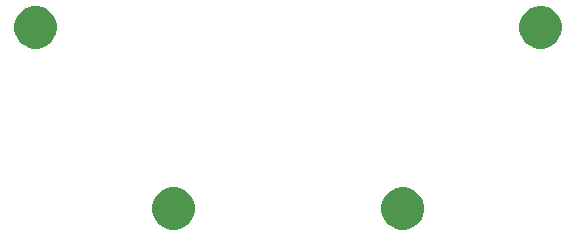
<source format=gts>
G04 #@! TF.GenerationSoftware,KiCad,Pcbnew,(5.0.1)-3*
G04 #@! TF.CreationDate,2019-01-26T22:36:32-03:30*
G04 #@! TF.ProjectId,Battery Pack Side 2,42617474657279205061636B20536964,rev?*
G04 #@! TF.SameCoordinates,Original*
G04 #@! TF.FileFunction,Soldermask,Top*
G04 #@! TF.FilePolarity,Negative*
%FSLAX46Y46*%
G04 Gerber Fmt 4.6, Leading zero omitted, Abs format (unit mm)*
G04 Created by KiCad (PCBNEW (5.0.1)-3) date 2019-01-26 10:36:32 PM*
%MOMM*%
%LPD*%
G01*
G04 APERTURE LIST*
%ADD10C,0.100000*%
G04 APERTURE END LIST*
D10*
G36*
X110225331Y-117918211D02*
X110553092Y-118053974D01*
X110848073Y-118251074D01*
X111098926Y-118501927D01*
X111296026Y-118796908D01*
X111431789Y-119124669D01*
X111501000Y-119472616D01*
X111501000Y-119827384D01*
X111431789Y-120175331D01*
X111296026Y-120503092D01*
X111098926Y-120798073D01*
X110848073Y-121048926D01*
X110553092Y-121246026D01*
X110225331Y-121381789D01*
X109877384Y-121451000D01*
X109522616Y-121451000D01*
X109174669Y-121381789D01*
X108846908Y-121246026D01*
X108551927Y-121048926D01*
X108301074Y-120798073D01*
X108103974Y-120503092D01*
X107968211Y-120175331D01*
X107899000Y-119827384D01*
X107899000Y-119472616D01*
X107968211Y-119124669D01*
X108103974Y-118796908D01*
X108301074Y-118501927D01*
X108551927Y-118251074D01*
X108846908Y-118053974D01*
X109174669Y-117918211D01*
X109522616Y-117849000D01*
X109877384Y-117849000D01*
X110225331Y-117918211D01*
X110225331Y-117918211D01*
G37*
G36*
X90825331Y-117918211D02*
X91153092Y-118053974D01*
X91448073Y-118251074D01*
X91698926Y-118501927D01*
X91896026Y-118796908D01*
X92031789Y-119124669D01*
X92101000Y-119472616D01*
X92101000Y-119827384D01*
X92031789Y-120175331D01*
X91896026Y-120503092D01*
X91698926Y-120798073D01*
X91448073Y-121048926D01*
X91153092Y-121246026D01*
X90825331Y-121381789D01*
X90477384Y-121451000D01*
X90122616Y-121451000D01*
X89774669Y-121381789D01*
X89446908Y-121246026D01*
X89151927Y-121048926D01*
X88901074Y-120798073D01*
X88703974Y-120503092D01*
X88568211Y-120175331D01*
X88499000Y-119827384D01*
X88499000Y-119472616D01*
X88568211Y-119124669D01*
X88703974Y-118796908D01*
X88901074Y-118501927D01*
X89151927Y-118251074D01*
X89446908Y-118053974D01*
X89774669Y-117918211D01*
X90122616Y-117849000D01*
X90477384Y-117849000D01*
X90825331Y-117918211D01*
X90825331Y-117918211D01*
G37*
G36*
X121905331Y-102578211D02*
X122233092Y-102713974D01*
X122528073Y-102911074D01*
X122778926Y-103161927D01*
X122976026Y-103456908D01*
X123111789Y-103784669D01*
X123181000Y-104132616D01*
X123181000Y-104487384D01*
X123111789Y-104835331D01*
X122976026Y-105163092D01*
X122778926Y-105458073D01*
X122528073Y-105708926D01*
X122233092Y-105906026D01*
X121905331Y-106041789D01*
X121557384Y-106111000D01*
X121202616Y-106111000D01*
X120854669Y-106041789D01*
X120526908Y-105906026D01*
X120231927Y-105708926D01*
X119981074Y-105458073D01*
X119783974Y-105163092D01*
X119648211Y-104835331D01*
X119579000Y-104487384D01*
X119579000Y-104132616D01*
X119648211Y-103784669D01*
X119783974Y-103456908D01*
X119981074Y-103161927D01*
X120231927Y-102911074D01*
X120526908Y-102713974D01*
X120854669Y-102578211D01*
X121202616Y-102509000D01*
X121557384Y-102509000D01*
X121905331Y-102578211D01*
X121905331Y-102578211D01*
G37*
G36*
X79145331Y-102578211D02*
X79473092Y-102713974D01*
X79768073Y-102911074D01*
X80018926Y-103161927D01*
X80216026Y-103456908D01*
X80351789Y-103784669D01*
X80421000Y-104132616D01*
X80421000Y-104487384D01*
X80351789Y-104835331D01*
X80216026Y-105163092D01*
X80018926Y-105458073D01*
X79768073Y-105708926D01*
X79473092Y-105906026D01*
X79145331Y-106041789D01*
X78797384Y-106111000D01*
X78442616Y-106111000D01*
X78094669Y-106041789D01*
X77766908Y-105906026D01*
X77471927Y-105708926D01*
X77221074Y-105458073D01*
X77023974Y-105163092D01*
X76888211Y-104835331D01*
X76819000Y-104487384D01*
X76819000Y-104132616D01*
X76888211Y-103784669D01*
X77023974Y-103456908D01*
X77221074Y-103161927D01*
X77471927Y-102911074D01*
X77766908Y-102713974D01*
X78094669Y-102578211D01*
X78442616Y-102509000D01*
X78797384Y-102509000D01*
X79145331Y-102578211D01*
X79145331Y-102578211D01*
G37*
M02*

</source>
